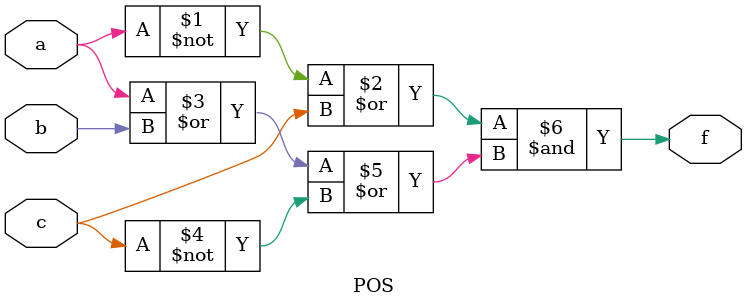
<source format=v>
module POS (a,b,c,f);

input a,b,c;
output f;

assign f=(~a|c)&(a|b|~c);

endmodule
</source>
